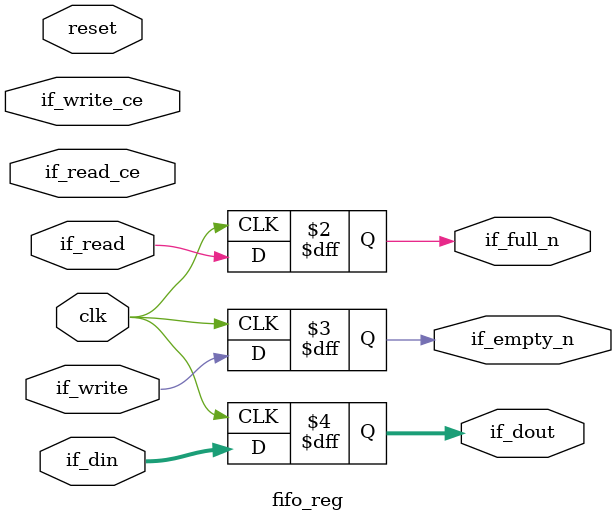
<source format=v>
`timescale 1 ns / 1 ps
module fifo_reg #(
  parameter DATA_WIDTH = 32
) (
  input wire clk,
  input wire reset,
  // write
  (* keep = "true" *)
  output reg                   if_full_n,
  input  wire                  if_write_ce,
  input  wire                  if_write,
  input  wire [DATA_WIDTH-1:0] if_din,
  // read
  (* keep = "true" *)
  output reg                   if_empty_n,
  input  wire                  if_read_ce,
  input  wire                  if_read,
  (* keep = "true" *)
  output reg  [DATA_WIDTH-1:0] if_dout
);
  always @ (posedge clk) begin
    if_dout <= if_din;
    if_empty_n <= if_write;
    if_full_n <= if_read;
  end
endmodule
</source>
